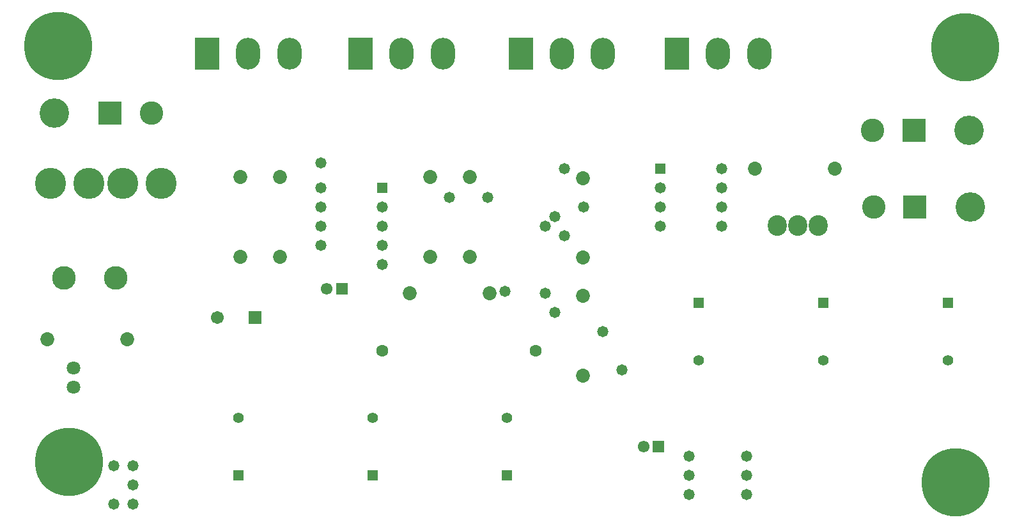
<source format=gbs>
G04 Layer_Color=16711935*
%FSLAX25Y25*%
%MOIN*%
G70*
G01*
G75*
%ADD46C,0.05800*%
%ADD47R,0.05800X0.05800*%
%ADD48C,0.06312*%
%ADD49C,0.07099*%
%ADD50C,0.07296*%
%ADD51C,0.05524*%
%ADD52R,0.05524X0.05524*%
%ADD53C,0.06706*%
%ADD54R,0.06706X0.06706*%
%ADD55R,0.06115X0.06115*%
%ADD56C,0.06115*%
%ADD57C,0.12300*%
%ADD58C,0.35524*%
%ADD59R,0.12611X0.16548*%
%ADD60O,0.12611X0.16548*%
%ADD61C,0.12217*%
%ADD62R,0.12217X0.12217*%
%ADD63C,0.15367*%
%ADD64C,0.16248*%
%ADD65O,0.09855X0.10800*%
D46*
X467000Y385000D02*
D03*
Y395000D02*
D03*
Y405000D02*
D03*
Y415000D02*
D03*
X435000Y385000D02*
D03*
Y395000D02*
D03*
Y405000D02*
D03*
X258000Y375000D02*
D03*
Y385000D02*
D03*
Y395000D02*
D03*
Y405000D02*
D03*
X290000Y375000D02*
D03*
Y385000D02*
D03*
Y395000D02*
D03*
X450000Y265000D02*
D03*
Y245000D02*
D03*
Y255000D02*
D03*
X480000Y265000D02*
D03*
Y245000D02*
D03*
Y255000D02*
D03*
X160000Y260000D02*
D03*
Y240000D02*
D03*
Y250000D02*
D03*
X415000Y310000D02*
D03*
X150000Y240000D02*
D03*
Y260000D02*
D03*
X380000Y340000D02*
D03*
X405000Y330000D02*
D03*
X290000Y365000D02*
D03*
X258000Y418000D02*
D03*
X385000Y380000D02*
D03*
X395000Y395000D02*
D03*
X375000Y350000D02*
D03*
Y385000D02*
D03*
X353740Y351260D02*
D03*
X325000Y400000D02*
D03*
X380000Y390000D02*
D03*
X345000Y400000D02*
D03*
X385000Y415000D02*
D03*
D47*
X435000D02*
D03*
X290000Y405000D02*
D03*
D48*
Y320000D02*
D03*
X370000D02*
D03*
D49*
X129000Y301000D02*
D03*
Y311000D02*
D03*
D50*
X156768Y326000D02*
D03*
X115232D02*
D03*
X345768Y350000D02*
D03*
X304232D02*
D03*
X236500Y410768D02*
D03*
Y369232D02*
D03*
X335500Y410768D02*
D03*
Y369232D02*
D03*
X315000Y410768D02*
D03*
Y369232D02*
D03*
X394500Y410268D02*
D03*
Y368732D02*
D03*
X484232Y415000D02*
D03*
X525768D02*
D03*
X394500Y307232D02*
D03*
Y348768D02*
D03*
X216000Y410768D02*
D03*
Y369232D02*
D03*
D51*
X355000Y285000D02*
D03*
X285000D02*
D03*
X215000D02*
D03*
X585000Y315000D02*
D03*
X520000D02*
D03*
X455000D02*
D03*
D52*
X355000Y255000D02*
D03*
X285000D02*
D03*
X215000D02*
D03*
X585000Y345000D02*
D03*
X520000D02*
D03*
X455000D02*
D03*
D53*
X203815Y337500D02*
D03*
D54*
X223500D02*
D03*
D55*
X268874Y352500D02*
D03*
X433937Y270000D02*
D03*
D56*
X261000Y352500D02*
D03*
X426063Y270000D02*
D03*
D57*
X124000Y358000D02*
D03*
X151000D02*
D03*
D58*
X121000Y479000D02*
D03*
X594000Y478500D02*
D03*
X589000Y251500D02*
D03*
X126500Y262000D02*
D03*
D59*
X278543Y475000D02*
D03*
X198543D02*
D03*
X362087D02*
D03*
X443543D02*
D03*
D60*
X300000D02*
D03*
X321457D02*
D03*
X220000D02*
D03*
X241457D02*
D03*
X383543D02*
D03*
X405000D02*
D03*
X465000D02*
D03*
X486457D02*
D03*
D61*
X169394Y444000D02*
D03*
X546035Y395000D02*
D03*
X545535Y435000D02*
D03*
D62*
X147740Y444000D02*
D03*
X567689Y395000D02*
D03*
X567189Y435000D02*
D03*
D63*
X119000Y444000D02*
D03*
X596429Y395000D02*
D03*
X595929Y435000D02*
D03*
D64*
X136784Y407500D02*
D03*
X154500D02*
D03*
X116705Y407500D02*
D03*
X174579Y407500D02*
D03*
D65*
X517130Y385500D02*
D03*
X506500D02*
D03*
X495870D02*
D03*
M02*

</source>
